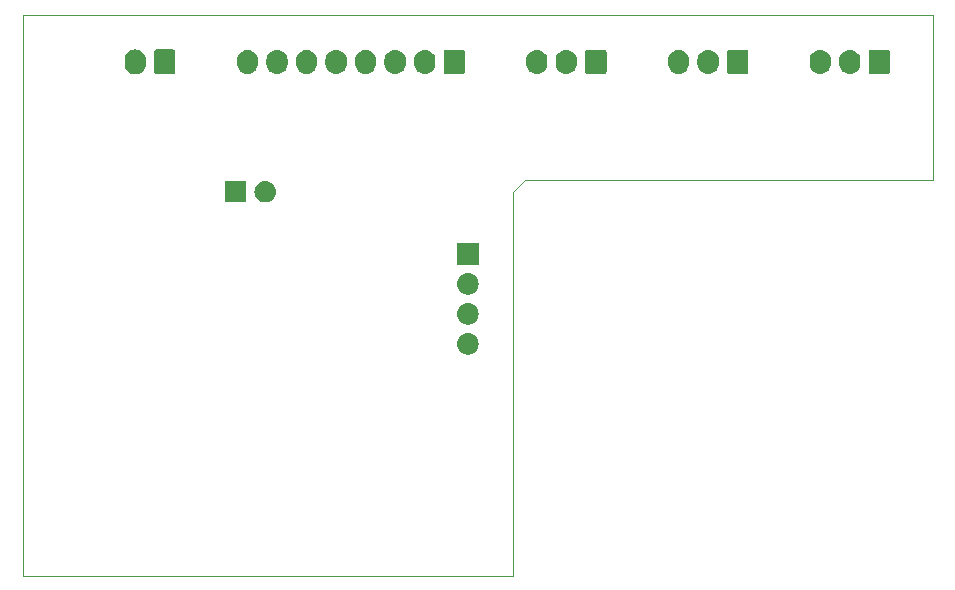
<source format=gbr>
G04 #@! TF.GenerationSoftware,KiCad,Pcbnew,(5.1.2)-2*
G04 #@! TF.CreationDate,2019-11-30T13:10:44+01:00*
G04 #@! TF.ProjectId,bikehub,62696b65-6875-4622-9e6b-696361645f70,rev?*
G04 #@! TF.SameCoordinates,Original*
G04 #@! TF.FileFunction,Soldermask,Bot*
G04 #@! TF.FilePolarity,Negative*
%FSLAX46Y46*%
G04 Gerber Fmt 4.6, Leading zero omitted, Abs format (unit mm)*
G04 Created by KiCad (PCBNEW (5.1.2)-2) date 2019-11-30 13:10:44*
%MOMM*%
%LPD*%
G04 APERTURE LIST*
%ADD10C,0.050000*%
%ADD11C,0.150000*%
G04 APERTURE END LIST*
D10*
X125500000Y-52000000D02*
X48500000Y-52000000D01*
X125500000Y-66000000D02*
X125500000Y-52000000D01*
X91000000Y-66000000D02*
X125500000Y-66000000D01*
X90000000Y-67000000D02*
X91000000Y-66000000D01*
X90000000Y-99500000D02*
X90000000Y-67000000D01*
X48500000Y-99500000D02*
X90000000Y-99500000D01*
X48500000Y-52000000D02*
X48500000Y-99500000D01*
D11*
G36*
X86279943Y-78988519D02*
G01*
X86346127Y-78995037D01*
X86515966Y-79046557D01*
X86672491Y-79130222D01*
X86708229Y-79159552D01*
X86809686Y-79242814D01*
X86892948Y-79344271D01*
X86922278Y-79380009D01*
X87005943Y-79536534D01*
X87057463Y-79706373D01*
X87074859Y-79883000D01*
X87057463Y-80059627D01*
X87005943Y-80229466D01*
X86922278Y-80385991D01*
X86892948Y-80421729D01*
X86809686Y-80523186D01*
X86708229Y-80606448D01*
X86672491Y-80635778D01*
X86515966Y-80719443D01*
X86346127Y-80770963D01*
X86279942Y-80777482D01*
X86213760Y-80784000D01*
X86125240Y-80784000D01*
X86059058Y-80777482D01*
X85992873Y-80770963D01*
X85823034Y-80719443D01*
X85666509Y-80635778D01*
X85630771Y-80606448D01*
X85529314Y-80523186D01*
X85446052Y-80421729D01*
X85416722Y-80385991D01*
X85333057Y-80229466D01*
X85281537Y-80059627D01*
X85264141Y-79883000D01*
X85281537Y-79706373D01*
X85333057Y-79536534D01*
X85416722Y-79380009D01*
X85446052Y-79344271D01*
X85529314Y-79242814D01*
X85630771Y-79159552D01*
X85666509Y-79130222D01*
X85823034Y-79046557D01*
X85992873Y-78995037D01*
X86059057Y-78988519D01*
X86125240Y-78982000D01*
X86213760Y-78982000D01*
X86279943Y-78988519D01*
X86279943Y-78988519D01*
G37*
G36*
X86279942Y-76448518D02*
G01*
X86346127Y-76455037D01*
X86515966Y-76506557D01*
X86672491Y-76590222D01*
X86708229Y-76619552D01*
X86809686Y-76702814D01*
X86892948Y-76804271D01*
X86922278Y-76840009D01*
X87005943Y-76996534D01*
X87057463Y-77166373D01*
X87074859Y-77343000D01*
X87057463Y-77519627D01*
X87005943Y-77689466D01*
X86922278Y-77845991D01*
X86892948Y-77881729D01*
X86809686Y-77983186D01*
X86708229Y-78066448D01*
X86672491Y-78095778D01*
X86515966Y-78179443D01*
X86346127Y-78230963D01*
X86279942Y-78237482D01*
X86213760Y-78244000D01*
X86125240Y-78244000D01*
X86059058Y-78237482D01*
X85992873Y-78230963D01*
X85823034Y-78179443D01*
X85666509Y-78095778D01*
X85630771Y-78066448D01*
X85529314Y-77983186D01*
X85446052Y-77881729D01*
X85416722Y-77845991D01*
X85333057Y-77689466D01*
X85281537Y-77519627D01*
X85264141Y-77343000D01*
X85281537Y-77166373D01*
X85333057Y-76996534D01*
X85416722Y-76840009D01*
X85446052Y-76804271D01*
X85529314Y-76702814D01*
X85630771Y-76619552D01*
X85666509Y-76590222D01*
X85823034Y-76506557D01*
X85992873Y-76455037D01*
X86059058Y-76448518D01*
X86125240Y-76442000D01*
X86213760Y-76442000D01*
X86279942Y-76448518D01*
X86279942Y-76448518D01*
G37*
G36*
X86279942Y-73908518D02*
G01*
X86346127Y-73915037D01*
X86515966Y-73966557D01*
X86672491Y-74050222D01*
X86708229Y-74079552D01*
X86809686Y-74162814D01*
X86892948Y-74264271D01*
X86922278Y-74300009D01*
X87005943Y-74456534D01*
X87057463Y-74626373D01*
X87074859Y-74803000D01*
X87057463Y-74979627D01*
X87005943Y-75149466D01*
X86922278Y-75305991D01*
X86892948Y-75341729D01*
X86809686Y-75443186D01*
X86708229Y-75526448D01*
X86672491Y-75555778D01*
X86515966Y-75639443D01*
X86346127Y-75690963D01*
X86279942Y-75697482D01*
X86213760Y-75704000D01*
X86125240Y-75704000D01*
X86059058Y-75697482D01*
X85992873Y-75690963D01*
X85823034Y-75639443D01*
X85666509Y-75555778D01*
X85630771Y-75526448D01*
X85529314Y-75443186D01*
X85446052Y-75341729D01*
X85416722Y-75305991D01*
X85333057Y-75149466D01*
X85281537Y-74979627D01*
X85264141Y-74803000D01*
X85281537Y-74626373D01*
X85333057Y-74456534D01*
X85416722Y-74300009D01*
X85446052Y-74264271D01*
X85529314Y-74162814D01*
X85630771Y-74079552D01*
X85666509Y-74050222D01*
X85823034Y-73966557D01*
X85992873Y-73915037D01*
X86059058Y-73908518D01*
X86125240Y-73902000D01*
X86213760Y-73902000D01*
X86279942Y-73908518D01*
X86279942Y-73908518D01*
G37*
G36*
X87070500Y-73164000D02*
G01*
X85268500Y-73164000D01*
X85268500Y-71362000D01*
X87070500Y-71362000D01*
X87070500Y-73164000D01*
X87070500Y-73164000D01*
G37*
G36*
X69110443Y-66105519D02*
G01*
X69176627Y-66112037D01*
X69346466Y-66163557D01*
X69502991Y-66247222D01*
X69538729Y-66276552D01*
X69640186Y-66359814D01*
X69723448Y-66461271D01*
X69752778Y-66497009D01*
X69836443Y-66653534D01*
X69887963Y-66823373D01*
X69905359Y-67000000D01*
X69887963Y-67176627D01*
X69836443Y-67346466D01*
X69752778Y-67502991D01*
X69723448Y-67538729D01*
X69640186Y-67640186D01*
X69538729Y-67723448D01*
X69502991Y-67752778D01*
X69346466Y-67836443D01*
X69176627Y-67887963D01*
X69110442Y-67894482D01*
X69044260Y-67901000D01*
X68955740Y-67901000D01*
X68889558Y-67894482D01*
X68823373Y-67887963D01*
X68653534Y-67836443D01*
X68497009Y-67752778D01*
X68461271Y-67723448D01*
X68359814Y-67640186D01*
X68276552Y-67538729D01*
X68247222Y-67502991D01*
X68163557Y-67346466D01*
X68112037Y-67176627D01*
X68094641Y-67000000D01*
X68112037Y-66823373D01*
X68163557Y-66653534D01*
X68247222Y-66497009D01*
X68276552Y-66461271D01*
X68359814Y-66359814D01*
X68461271Y-66276552D01*
X68497009Y-66247222D01*
X68653534Y-66163557D01*
X68823373Y-66112037D01*
X68889557Y-66105519D01*
X68955740Y-66099000D01*
X69044260Y-66099000D01*
X69110443Y-66105519D01*
X69110443Y-66105519D01*
G37*
G36*
X67361000Y-67901000D02*
G01*
X65559000Y-67901000D01*
X65559000Y-66099000D01*
X67361000Y-66099000D01*
X67361000Y-67901000D01*
X67361000Y-67901000D01*
G37*
G36*
X58176627Y-54962037D02*
G01*
X58346466Y-55013557D01*
X58502991Y-55097222D01*
X58526359Y-55116400D01*
X58640186Y-55209814D01*
X58723448Y-55311271D01*
X58752778Y-55347009D01*
X58836443Y-55503534D01*
X58887963Y-55673374D01*
X58901000Y-55805743D01*
X58901000Y-56194258D01*
X58887963Y-56326627D01*
X58836443Y-56496466D01*
X58752778Y-56652991D01*
X58723448Y-56688729D01*
X58640186Y-56790186D01*
X58502989Y-56902779D01*
X58370120Y-56973799D01*
X58346465Y-56986443D01*
X58176626Y-57037963D01*
X58000000Y-57055359D01*
X57823373Y-57037963D01*
X57653534Y-56986443D01*
X57497009Y-56902778D01*
X57447822Y-56862411D01*
X57359814Y-56790186D01*
X57247221Y-56652989D01*
X57163558Y-56496467D01*
X57163557Y-56496465D01*
X57112037Y-56326626D01*
X57099000Y-56194257D01*
X57099000Y-55805742D01*
X57112037Y-55673373D01*
X57163557Y-55503534D01*
X57247222Y-55347009D01*
X57359815Y-55209815D01*
X57497010Y-55097222D01*
X57653535Y-55013557D01*
X57823374Y-54962037D01*
X58000000Y-54944641D01*
X58176627Y-54962037D01*
X58176627Y-54962037D01*
G37*
G36*
X61258600Y-54952989D02*
G01*
X61291652Y-54963015D01*
X61322103Y-54979292D01*
X61348799Y-55001201D01*
X61370708Y-55027897D01*
X61386985Y-55058348D01*
X61397011Y-55091400D01*
X61401000Y-55131903D01*
X61401000Y-56868097D01*
X61397011Y-56908600D01*
X61386985Y-56941652D01*
X61370708Y-56972103D01*
X61348799Y-56998799D01*
X61322103Y-57020708D01*
X61291652Y-57036985D01*
X61258600Y-57047011D01*
X61218097Y-57051000D01*
X59781903Y-57051000D01*
X59741400Y-57047011D01*
X59708348Y-57036985D01*
X59677897Y-57020708D01*
X59651201Y-56998799D01*
X59629292Y-56972103D01*
X59613015Y-56941652D01*
X59602989Y-56908600D01*
X59599000Y-56868097D01*
X59599000Y-55131903D01*
X59602989Y-55091400D01*
X59613015Y-55058348D01*
X59629292Y-55027897D01*
X59651201Y-55001201D01*
X59677897Y-54979292D01*
X59708348Y-54963015D01*
X59741400Y-54952989D01*
X59781903Y-54949000D01*
X61218097Y-54949000D01*
X61258600Y-54952989D01*
X61258600Y-54952989D01*
G37*
G36*
X72676627Y-54987037D02*
G01*
X72846466Y-55038557D01*
X73002991Y-55122222D01*
X73038729Y-55151552D01*
X73140186Y-55234814D01*
X73223448Y-55336271D01*
X73252778Y-55372009D01*
X73336443Y-55528534D01*
X73387963Y-55698374D01*
X73387963Y-55698376D01*
X73398538Y-55805740D01*
X73401000Y-55830743D01*
X73401000Y-56169258D01*
X73387963Y-56301627D01*
X73336443Y-56471466D01*
X73252778Y-56627991D01*
X73232262Y-56652990D01*
X73140186Y-56765186D01*
X73002989Y-56877779D01*
X72846467Y-56961442D01*
X72846465Y-56961443D01*
X72676626Y-57012963D01*
X72500000Y-57030359D01*
X72323373Y-57012963D01*
X72153534Y-56961443D01*
X71997009Y-56877778D01*
X71948173Y-56837699D01*
X71859814Y-56765186D01*
X71747221Y-56627989D01*
X71663558Y-56471467D01*
X71663557Y-56471465D01*
X71612037Y-56301626D01*
X71605519Y-56235442D01*
X71599000Y-56169259D01*
X71599000Y-55830740D01*
X71612037Y-55698375D01*
X71612037Y-55698373D01*
X71663557Y-55528534D01*
X71747222Y-55372009D01*
X71859815Y-55234815D01*
X71997010Y-55122222D01*
X72153535Y-55038557D01*
X72323374Y-54987037D01*
X72500000Y-54969641D01*
X72676627Y-54987037D01*
X72676627Y-54987037D01*
G37*
G36*
X94676627Y-54987037D02*
G01*
X94846466Y-55038557D01*
X95002991Y-55122222D01*
X95038729Y-55151552D01*
X95140186Y-55234814D01*
X95223448Y-55336271D01*
X95252778Y-55372009D01*
X95336443Y-55528534D01*
X95387963Y-55698374D01*
X95387963Y-55698376D01*
X95398538Y-55805740D01*
X95401000Y-55830743D01*
X95401000Y-56169258D01*
X95387963Y-56301627D01*
X95336443Y-56471466D01*
X95252778Y-56627991D01*
X95232262Y-56652990D01*
X95140186Y-56765186D01*
X95002989Y-56877779D01*
X94846467Y-56961442D01*
X94846465Y-56961443D01*
X94676626Y-57012963D01*
X94500000Y-57030359D01*
X94323373Y-57012963D01*
X94153534Y-56961443D01*
X93997009Y-56877778D01*
X93948173Y-56837699D01*
X93859814Y-56765186D01*
X93747221Y-56627989D01*
X93663558Y-56471467D01*
X93663557Y-56471465D01*
X93612037Y-56301626D01*
X93605519Y-56235442D01*
X93599000Y-56169259D01*
X93599000Y-55830740D01*
X93612037Y-55698375D01*
X93612037Y-55698373D01*
X93663557Y-55528534D01*
X93747222Y-55372009D01*
X93859815Y-55234815D01*
X93997010Y-55122222D01*
X94153535Y-55038557D01*
X94323374Y-54987037D01*
X94500000Y-54969641D01*
X94676627Y-54987037D01*
X94676627Y-54987037D01*
G37*
G36*
X118676627Y-54987037D02*
G01*
X118846466Y-55038557D01*
X119002991Y-55122222D01*
X119038729Y-55151552D01*
X119140186Y-55234814D01*
X119223448Y-55336271D01*
X119252778Y-55372009D01*
X119336443Y-55528534D01*
X119387963Y-55698374D01*
X119387963Y-55698376D01*
X119398538Y-55805740D01*
X119401000Y-55830743D01*
X119401000Y-56169258D01*
X119387963Y-56301627D01*
X119336443Y-56471466D01*
X119252778Y-56627991D01*
X119232262Y-56652990D01*
X119140186Y-56765186D01*
X119002989Y-56877779D01*
X118846467Y-56961442D01*
X118846465Y-56961443D01*
X118676626Y-57012963D01*
X118500000Y-57030359D01*
X118323373Y-57012963D01*
X118153534Y-56961443D01*
X117997009Y-56877778D01*
X117948173Y-56837699D01*
X117859814Y-56765186D01*
X117747221Y-56627989D01*
X117663558Y-56471467D01*
X117663557Y-56471465D01*
X117612037Y-56301626D01*
X117605519Y-56235442D01*
X117599000Y-56169259D01*
X117599000Y-55830740D01*
X117612037Y-55698375D01*
X117612037Y-55698373D01*
X117663557Y-55528534D01*
X117747222Y-55372009D01*
X117859815Y-55234815D01*
X117997010Y-55122222D01*
X118153535Y-55038557D01*
X118323374Y-54987037D01*
X118500000Y-54969641D01*
X118676627Y-54987037D01*
X118676627Y-54987037D01*
G37*
G36*
X106676627Y-54987037D02*
G01*
X106846466Y-55038557D01*
X107002991Y-55122222D01*
X107038729Y-55151552D01*
X107140186Y-55234814D01*
X107223448Y-55336271D01*
X107252778Y-55372009D01*
X107336443Y-55528534D01*
X107387963Y-55698374D01*
X107387963Y-55698376D01*
X107398538Y-55805740D01*
X107401000Y-55830743D01*
X107401000Y-56169258D01*
X107387963Y-56301627D01*
X107336443Y-56471466D01*
X107252778Y-56627991D01*
X107232262Y-56652990D01*
X107140186Y-56765186D01*
X107002989Y-56877779D01*
X106846467Y-56961442D01*
X106846465Y-56961443D01*
X106676626Y-57012963D01*
X106500000Y-57030359D01*
X106323373Y-57012963D01*
X106153534Y-56961443D01*
X105997009Y-56877778D01*
X105948173Y-56837699D01*
X105859814Y-56765186D01*
X105747221Y-56627989D01*
X105663558Y-56471467D01*
X105663557Y-56471465D01*
X105612037Y-56301626D01*
X105605519Y-56235442D01*
X105599000Y-56169259D01*
X105599000Y-55830740D01*
X105612037Y-55698375D01*
X105612037Y-55698373D01*
X105663557Y-55528534D01*
X105747222Y-55372009D01*
X105859815Y-55234815D01*
X105997010Y-55122222D01*
X106153535Y-55038557D01*
X106323374Y-54987037D01*
X106500000Y-54969641D01*
X106676627Y-54987037D01*
X106676627Y-54987037D01*
G37*
G36*
X104176627Y-54987037D02*
G01*
X104346466Y-55038557D01*
X104502991Y-55122222D01*
X104538729Y-55151552D01*
X104640186Y-55234814D01*
X104723448Y-55336271D01*
X104752778Y-55372009D01*
X104836443Y-55528534D01*
X104887963Y-55698374D01*
X104887963Y-55698376D01*
X104898538Y-55805740D01*
X104901000Y-55830743D01*
X104901000Y-56169258D01*
X104887963Y-56301627D01*
X104836443Y-56471466D01*
X104752778Y-56627991D01*
X104732262Y-56652990D01*
X104640186Y-56765186D01*
X104502989Y-56877779D01*
X104346467Y-56961442D01*
X104346465Y-56961443D01*
X104176626Y-57012963D01*
X104000000Y-57030359D01*
X103823373Y-57012963D01*
X103653534Y-56961443D01*
X103497009Y-56877778D01*
X103448173Y-56837699D01*
X103359814Y-56765186D01*
X103247221Y-56627989D01*
X103163558Y-56471467D01*
X103163557Y-56471465D01*
X103112037Y-56301626D01*
X103105519Y-56235442D01*
X103099000Y-56169259D01*
X103099000Y-55830740D01*
X103112037Y-55698375D01*
X103112037Y-55698373D01*
X103163557Y-55528534D01*
X103247222Y-55372009D01*
X103359815Y-55234815D01*
X103497010Y-55122222D01*
X103653535Y-55038557D01*
X103823374Y-54987037D01*
X104000000Y-54969641D01*
X104176627Y-54987037D01*
X104176627Y-54987037D01*
G37*
G36*
X82676627Y-54987037D02*
G01*
X82846466Y-55038557D01*
X83002991Y-55122222D01*
X83038729Y-55151552D01*
X83140186Y-55234814D01*
X83223448Y-55336271D01*
X83252778Y-55372009D01*
X83336443Y-55528534D01*
X83387963Y-55698374D01*
X83387963Y-55698376D01*
X83398538Y-55805740D01*
X83401000Y-55830743D01*
X83401000Y-56169258D01*
X83387963Y-56301627D01*
X83336443Y-56471466D01*
X83252778Y-56627991D01*
X83232262Y-56652990D01*
X83140186Y-56765186D01*
X83002989Y-56877779D01*
X82846467Y-56961442D01*
X82846465Y-56961443D01*
X82676626Y-57012963D01*
X82500000Y-57030359D01*
X82323373Y-57012963D01*
X82153534Y-56961443D01*
X81997009Y-56877778D01*
X81948173Y-56837699D01*
X81859814Y-56765186D01*
X81747221Y-56627989D01*
X81663558Y-56471467D01*
X81663557Y-56471465D01*
X81612037Y-56301626D01*
X81605519Y-56235442D01*
X81599000Y-56169259D01*
X81599000Y-55830740D01*
X81612037Y-55698375D01*
X81612037Y-55698373D01*
X81663557Y-55528534D01*
X81747222Y-55372009D01*
X81859815Y-55234815D01*
X81997010Y-55122222D01*
X82153535Y-55038557D01*
X82323374Y-54987037D01*
X82500000Y-54969641D01*
X82676627Y-54987037D01*
X82676627Y-54987037D01*
G37*
G36*
X116176627Y-54987037D02*
G01*
X116346466Y-55038557D01*
X116502991Y-55122222D01*
X116538729Y-55151552D01*
X116640186Y-55234814D01*
X116723448Y-55336271D01*
X116752778Y-55372009D01*
X116836443Y-55528534D01*
X116887963Y-55698374D01*
X116887963Y-55698376D01*
X116898538Y-55805740D01*
X116901000Y-55830743D01*
X116901000Y-56169258D01*
X116887963Y-56301627D01*
X116836443Y-56471466D01*
X116752778Y-56627991D01*
X116732262Y-56652990D01*
X116640186Y-56765186D01*
X116502989Y-56877779D01*
X116346467Y-56961442D01*
X116346465Y-56961443D01*
X116176626Y-57012963D01*
X116000000Y-57030359D01*
X115823373Y-57012963D01*
X115653534Y-56961443D01*
X115497009Y-56877778D01*
X115448173Y-56837699D01*
X115359814Y-56765186D01*
X115247221Y-56627989D01*
X115163558Y-56471467D01*
X115163557Y-56471465D01*
X115112037Y-56301626D01*
X115105519Y-56235442D01*
X115099000Y-56169259D01*
X115099000Y-55830740D01*
X115112037Y-55698375D01*
X115112037Y-55698373D01*
X115163557Y-55528534D01*
X115247222Y-55372009D01*
X115359815Y-55234815D01*
X115497010Y-55122222D01*
X115653535Y-55038557D01*
X115823374Y-54987037D01*
X116000000Y-54969641D01*
X116176627Y-54987037D01*
X116176627Y-54987037D01*
G37*
G36*
X77676627Y-54987037D02*
G01*
X77846466Y-55038557D01*
X78002991Y-55122222D01*
X78038729Y-55151552D01*
X78140186Y-55234814D01*
X78223448Y-55336271D01*
X78252778Y-55372009D01*
X78336443Y-55528534D01*
X78387963Y-55698374D01*
X78387963Y-55698376D01*
X78398538Y-55805740D01*
X78401000Y-55830743D01*
X78401000Y-56169258D01*
X78387963Y-56301627D01*
X78336443Y-56471466D01*
X78252778Y-56627991D01*
X78232262Y-56652990D01*
X78140186Y-56765186D01*
X78002989Y-56877779D01*
X77846467Y-56961442D01*
X77846465Y-56961443D01*
X77676626Y-57012963D01*
X77500000Y-57030359D01*
X77323373Y-57012963D01*
X77153534Y-56961443D01*
X76997009Y-56877778D01*
X76948173Y-56837699D01*
X76859814Y-56765186D01*
X76747221Y-56627989D01*
X76663558Y-56471467D01*
X76663557Y-56471465D01*
X76612037Y-56301626D01*
X76605519Y-56235442D01*
X76599000Y-56169259D01*
X76599000Y-55830740D01*
X76612037Y-55698375D01*
X76612037Y-55698373D01*
X76663557Y-55528534D01*
X76747222Y-55372009D01*
X76859815Y-55234815D01*
X76997010Y-55122222D01*
X77153535Y-55038557D01*
X77323374Y-54987037D01*
X77500000Y-54969641D01*
X77676627Y-54987037D01*
X77676627Y-54987037D01*
G37*
G36*
X75176627Y-54987037D02*
G01*
X75346466Y-55038557D01*
X75502991Y-55122222D01*
X75538729Y-55151552D01*
X75640186Y-55234814D01*
X75723448Y-55336271D01*
X75752778Y-55372009D01*
X75836443Y-55528534D01*
X75887963Y-55698374D01*
X75887963Y-55698376D01*
X75898538Y-55805740D01*
X75901000Y-55830743D01*
X75901000Y-56169258D01*
X75887963Y-56301627D01*
X75836443Y-56471466D01*
X75752778Y-56627991D01*
X75732262Y-56652990D01*
X75640186Y-56765186D01*
X75502989Y-56877779D01*
X75346467Y-56961442D01*
X75346465Y-56961443D01*
X75176626Y-57012963D01*
X75000000Y-57030359D01*
X74823373Y-57012963D01*
X74653534Y-56961443D01*
X74497009Y-56877778D01*
X74448173Y-56837699D01*
X74359814Y-56765186D01*
X74247221Y-56627989D01*
X74163558Y-56471467D01*
X74163557Y-56471465D01*
X74112037Y-56301626D01*
X74105519Y-56235442D01*
X74099000Y-56169259D01*
X74099000Y-55830740D01*
X74112037Y-55698375D01*
X74112037Y-55698373D01*
X74163557Y-55528534D01*
X74247222Y-55372009D01*
X74359815Y-55234815D01*
X74497010Y-55122222D01*
X74653535Y-55038557D01*
X74823374Y-54987037D01*
X75000000Y-54969641D01*
X75176627Y-54987037D01*
X75176627Y-54987037D01*
G37*
G36*
X70176627Y-54987037D02*
G01*
X70346466Y-55038557D01*
X70502991Y-55122222D01*
X70538729Y-55151552D01*
X70640186Y-55234814D01*
X70723448Y-55336271D01*
X70752778Y-55372009D01*
X70836443Y-55528534D01*
X70887963Y-55698374D01*
X70887963Y-55698376D01*
X70898538Y-55805740D01*
X70901000Y-55830743D01*
X70901000Y-56169258D01*
X70887963Y-56301627D01*
X70836443Y-56471466D01*
X70752778Y-56627991D01*
X70732262Y-56652990D01*
X70640186Y-56765186D01*
X70502989Y-56877779D01*
X70346467Y-56961442D01*
X70346465Y-56961443D01*
X70176626Y-57012963D01*
X70000000Y-57030359D01*
X69823373Y-57012963D01*
X69653534Y-56961443D01*
X69497009Y-56877778D01*
X69448173Y-56837699D01*
X69359814Y-56765186D01*
X69247221Y-56627989D01*
X69163558Y-56471467D01*
X69163557Y-56471465D01*
X69112037Y-56301626D01*
X69105519Y-56235442D01*
X69099000Y-56169259D01*
X69099000Y-55830740D01*
X69112037Y-55698375D01*
X69112037Y-55698373D01*
X69163557Y-55528534D01*
X69247222Y-55372009D01*
X69359815Y-55234815D01*
X69497010Y-55122222D01*
X69653535Y-55038557D01*
X69823374Y-54987037D01*
X70000000Y-54969641D01*
X70176627Y-54987037D01*
X70176627Y-54987037D01*
G37*
G36*
X67676627Y-54987037D02*
G01*
X67846466Y-55038557D01*
X68002991Y-55122222D01*
X68038729Y-55151552D01*
X68140186Y-55234814D01*
X68223448Y-55336271D01*
X68252778Y-55372009D01*
X68336443Y-55528534D01*
X68387963Y-55698374D01*
X68387963Y-55698376D01*
X68398538Y-55805740D01*
X68401000Y-55830743D01*
X68401000Y-56169258D01*
X68387963Y-56301627D01*
X68336443Y-56471466D01*
X68252778Y-56627991D01*
X68232262Y-56652990D01*
X68140186Y-56765186D01*
X68002989Y-56877779D01*
X67846467Y-56961442D01*
X67846465Y-56961443D01*
X67676626Y-57012963D01*
X67500000Y-57030359D01*
X67323373Y-57012963D01*
X67153534Y-56961443D01*
X66997009Y-56877778D01*
X66948173Y-56837699D01*
X66859814Y-56765186D01*
X66747221Y-56627989D01*
X66663558Y-56471467D01*
X66663557Y-56471465D01*
X66612037Y-56301626D01*
X66605519Y-56235442D01*
X66599000Y-56169259D01*
X66599000Y-55830740D01*
X66612037Y-55698375D01*
X66612037Y-55698373D01*
X66663557Y-55528534D01*
X66747222Y-55372009D01*
X66859815Y-55234815D01*
X66997010Y-55122222D01*
X67153535Y-55038557D01*
X67323374Y-54987037D01*
X67500000Y-54969641D01*
X67676627Y-54987037D01*
X67676627Y-54987037D01*
G37*
G36*
X92176627Y-54987037D02*
G01*
X92346466Y-55038557D01*
X92502991Y-55122222D01*
X92538729Y-55151552D01*
X92640186Y-55234814D01*
X92723448Y-55336271D01*
X92752778Y-55372009D01*
X92836443Y-55528534D01*
X92887963Y-55698374D01*
X92887963Y-55698376D01*
X92898538Y-55805740D01*
X92901000Y-55830743D01*
X92901000Y-56169258D01*
X92887963Y-56301627D01*
X92836443Y-56471466D01*
X92752778Y-56627991D01*
X92732262Y-56652990D01*
X92640186Y-56765186D01*
X92502989Y-56877779D01*
X92346467Y-56961442D01*
X92346465Y-56961443D01*
X92176626Y-57012963D01*
X92000000Y-57030359D01*
X91823373Y-57012963D01*
X91653534Y-56961443D01*
X91497009Y-56877778D01*
X91448173Y-56837699D01*
X91359814Y-56765186D01*
X91247221Y-56627989D01*
X91163558Y-56471467D01*
X91163557Y-56471465D01*
X91112037Y-56301626D01*
X91105519Y-56235442D01*
X91099000Y-56169259D01*
X91099000Y-55830740D01*
X91112037Y-55698375D01*
X91112037Y-55698373D01*
X91163557Y-55528534D01*
X91247222Y-55372009D01*
X91359815Y-55234815D01*
X91497010Y-55122222D01*
X91653535Y-55038557D01*
X91823374Y-54987037D01*
X92000000Y-54969641D01*
X92176627Y-54987037D01*
X92176627Y-54987037D01*
G37*
G36*
X80176627Y-54987037D02*
G01*
X80346466Y-55038557D01*
X80502991Y-55122222D01*
X80538729Y-55151552D01*
X80640186Y-55234814D01*
X80723448Y-55336271D01*
X80752778Y-55372009D01*
X80836443Y-55528534D01*
X80887963Y-55698374D01*
X80887963Y-55698376D01*
X80898538Y-55805740D01*
X80901000Y-55830743D01*
X80901000Y-56169258D01*
X80887963Y-56301627D01*
X80836443Y-56471466D01*
X80752778Y-56627991D01*
X80732262Y-56652990D01*
X80640186Y-56765186D01*
X80502989Y-56877779D01*
X80346467Y-56961442D01*
X80346465Y-56961443D01*
X80176626Y-57012963D01*
X80000000Y-57030359D01*
X79823373Y-57012963D01*
X79653534Y-56961443D01*
X79497009Y-56877778D01*
X79448173Y-56837699D01*
X79359814Y-56765186D01*
X79247221Y-56627989D01*
X79163558Y-56471467D01*
X79163557Y-56471465D01*
X79112037Y-56301626D01*
X79105519Y-56235442D01*
X79099000Y-56169259D01*
X79099000Y-55830740D01*
X79112037Y-55698375D01*
X79112037Y-55698373D01*
X79163557Y-55528534D01*
X79247222Y-55372009D01*
X79359815Y-55234815D01*
X79497010Y-55122222D01*
X79653535Y-55038557D01*
X79823374Y-54987037D01*
X80000000Y-54969641D01*
X80176627Y-54987037D01*
X80176627Y-54987037D01*
G37*
G36*
X85758600Y-54977989D02*
G01*
X85791652Y-54988015D01*
X85822103Y-55004292D01*
X85848799Y-55026201D01*
X85870708Y-55052897D01*
X85886985Y-55083348D01*
X85897011Y-55116400D01*
X85901000Y-55156903D01*
X85901000Y-56843097D01*
X85897011Y-56883600D01*
X85886985Y-56916652D01*
X85870708Y-56947103D01*
X85848799Y-56973799D01*
X85822103Y-56995708D01*
X85791652Y-57011985D01*
X85758600Y-57022011D01*
X85718097Y-57026000D01*
X84281903Y-57026000D01*
X84241400Y-57022011D01*
X84208348Y-57011985D01*
X84177897Y-56995708D01*
X84151201Y-56973799D01*
X84129292Y-56947103D01*
X84113015Y-56916652D01*
X84102989Y-56883600D01*
X84099000Y-56843097D01*
X84099000Y-55156903D01*
X84102989Y-55116400D01*
X84113015Y-55083348D01*
X84129292Y-55052897D01*
X84151201Y-55026201D01*
X84177897Y-55004292D01*
X84208348Y-54988015D01*
X84241400Y-54977989D01*
X84281903Y-54974000D01*
X85718097Y-54974000D01*
X85758600Y-54977989D01*
X85758600Y-54977989D01*
G37*
G36*
X109758600Y-54977989D02*
G01*
X109791652Y-54988015D01*
X109822103Y-55004292D01*
X109848799Y-55026201D01*
X109870708Y-55052897D01*
X109886985Y-55083348D01*
X109897011Y-55116400D01*
X109901000Y-55156903D01*
X109901000Y-56843097D01*
X109897011Y-56883600D01*
X109886985Y-56916652D01*
X109870708Y-56947103D01*
X109848799Y-56973799D01*
X109822103Y-56995708D01*
X109791652Y-57011985D01*
X109758600Y-57022011D01*
X109718097Y-57026000D01*
X108281903Y-57026000D01*
X108241400Y-57022011D01*
X108208348Y-57011985D01*
X108177897Y-56995708D01*
X108151201Y-56973799D01*
X108129292Y-56947103D01*
X108113015Y-56916652D01*
X108102989Y-56883600D01*
X108099000Y-56843097D01*
X108099000Y-55156903D01*
X108102989Y-55116400D01*
X108113015Y-55083348D01*
X108129292Y-55052897D01*
X108151201Y-55026201D01*
X108177897Y-55004292D01*
X108208348Y-54988015D01*
X108241400Y-54977989D01*
X108281903Y-54974000D01*
X109718097Y-54974000D01*
X109758600Y-54977989D01*
X109758600Y-54977989D01*
G37*
G36*
X121758600Y-54977989D02*
G01*
X121791652Y-54988015D01*
X121822103Y-55004292D01*
X121848799Y-55026201D01*
X121870708Y-55052897D01*
X121886985Y-55083348D01*
X121897011Y-55116400D01*
X121901000Y-55156903D01*
X121901000Y-56843097D01*
X121897011Y-56883600D01*
X121886985Y-56916652D01*
X121870708Y-56947103D01*
X121848799Y-56973799D01*
X121822103Y-56995708D01*
X121791652Y-57011985D01*
X121758600Y-57022011D01*
X121718097Y-57026000D01*
X120281903Y-57026000D01*
X120241400Y-57022011D01*
X120208348Y-57011985D01*
X120177897Y-56995708D01*
X120151201Y-56973799D01*
X120129292Y-56947103D01*
X120113015Y-56916652D01*
X120102989Y-56883600D01*
X120099000Y-56843097D01*
X120099000Y-55156903D01*
X120102989Y-55116400D01*
X120113015Y-55083348D01*
X120129292Y-55052897D01*
X120151201Y-55026201D01*
X120177897Y-55004292D01*
X120208348Y-54988015D01*
X120241400Y-54977989D01*
X120281903Y-54974000D01*
X121718097Y-54974000D01*
X121758600Y-54977989D01*
X121758600Y-54977989D01*
G37*
G36*
X97758600Y-54977989D02*
G01*
X97791652Y-54988015D01*
X97822103Y-55004292D01*
X97848799Y-55026201D01*
X97870708Y-55052897D01*
X97886985Y-55083348D01*
X97897011Y-55116400D01*
X97901000Y-55156903D01*
X97901000Y-56843097D01*
X97897011Y-56883600D01*
X97886985Y-56916652D01*
X97870708Y-56947103D01*
X97848799Y-56973799D01*
X97822103Y-56995708D01*
X97791652Y-57011985D01*
X97758600Y-57022011D01*
X97718097Y-57026000D01*
X96281903Y-57026000D01*
X96241400Y-57022011D01*
X96208348Y-57011985D01*
X96177897Y-56995708D01*
X96151201Y-56973799D01*
X96129292Y-56947103D01*
X96113015Y-56916652D01*
X96102989Y-56883600D01*
X96099000Y-56843097D01*
X96099000Y-55156903D01*
X96102989Y-55116400D01*
X96113015Y-55083348D01*
X96129292Y-55052897D01*
X96151201Y-55026201D01*
X96177897Y-55004292D01*
X96208348Y-54988015D01*
X96241400Y-54977989D01*
X96281903Y-54974000D01*
X97718097Y-54974000D01*
X97758600Y-54977989D01*
X97758600Y-54977989D01*
G37*
M02*

</source>
